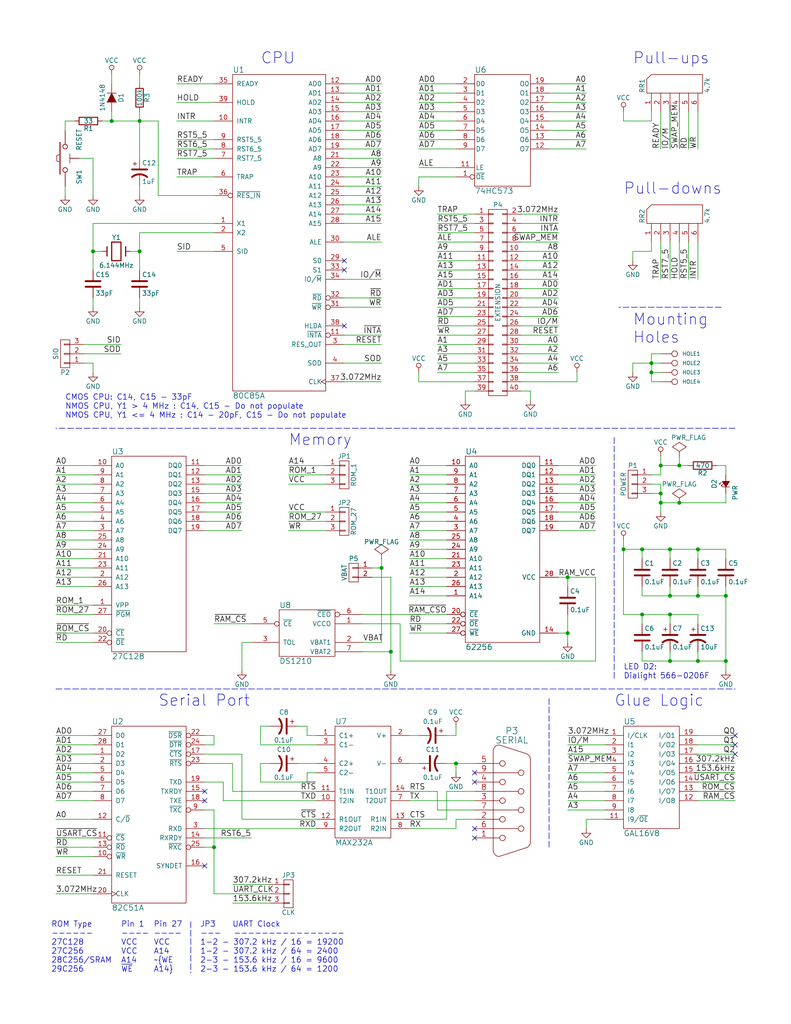
<source format=kicad_sch>
(kicad_sch (version 20211123) (generator eeschema)
  (paper "USLetter" portrait)
  (title_block (title "Minimal 8085A Single Board Computer") (date "21 aug 2015") (rev "1.0") (company "malinov.com"))
  (junction (at 180.34 137.16))
  (junction (at 198.12 180.34))
  (junction (at 25.4 68.58))
  (junction (at 180.34 127))
  (junction (at 38.1 68.58))
  (junction (at 58.42 231.14))
  (junction (at 175.26 149.86))
  (junction (at 185.42 127))
  (junction (at 182.88 180.34))
  (junction (at 182.88 149.86))
  (junction (at 177.8 101.6))
  (junction (at 177.8 99.06))
  (junction (at 182.88 162.56))
  (junction (at 106.68 177.8))
  (junction (at 175.26 167.64))
  (junction (at 170.18 149.86))
  (junction (at 190.5 149.86))
  (junction (at 185.42 137.16))
  (junction (at 154.94 157.48))
  (junction (at 154.94 172.72))
  (junction (at 104.14 154.94))
  (junction (at 190.5 162.56))
  (junction (at 182.88 167.64))
  (junction (at 38.1 33.02))
  (junction (at 124.46 208.28))
  (junction (at 180.34 134.62))
  (junction (at 198.12 162.56))
  (junction (at 30.48 33.02))
  (junction (at 190.5 180.34))
  (no_connect (at 93.98 88.9))
  (no_connect (at 129.54 228.6))
  (no_connect (at 55.88 215.9))
  (no_connect (at 93.98 73.66))
  (no_connect (at 129.54 213.36))
  (no_connect (at 200.66 205.74))
  (no_connect (at 200.66 203.2))
  (no_connect (at 93.98 71.12))
  (no_connect (at 200.66 200.66))
  (no_connect (at 129.54 210.82))
  (no_connect (at 55.88 218.44))
  (no_connect (at 129.54 226.06))
  (no_connect (at 55.88 236.22))
  (wire (pts (xy 190.5 180.34) (xy 190.5 177.8)))
  (wire (pts (xy 114.3 48.26) (xy 124.46 48.26)))
  (wire (pts (xy 25.4 160.02) (xy 15.24 160.02)))
  (wire (pts (xy 27.94 68.58) (xy 25.4 68.58)))
  (wire (pts (xy 121.92 215.9) (xy 129.54 215.9)))
  (wire (pts (xy 93.98 91.44) (xy 104.14 91.44)))
  (wire (pts (xy 185.42 127) (xy 185.42 124.46)))
  (wire (pts (xy 142.24 81.28) (xy 152.4 81.28)))
  (wire (pts (xy 38.1 33.02) (xy 43.18 33.02)))
  (wire (pts (xy 165.1 210.82) (xy 154.94 210.82)))
  (wire (pts (xy 25.4 231.14) (xy 15.24 231.14)))
  (wire (pts (xy 93.98 43.18) (xy 104.14 43.18)))
  (wire (pts (xy 93.98 99.06) (xy 104.14 99.06)))
  (wire (pts (xy 142.24 63.5) (xy 152.4 63.5)))
  (wire (pts (xy 121.92 200.66) (xy 124.46 200.66)))
  (wire (pts (xy 142.24 99.06) (xy 152.4 99.06)))
  (wire (pts (xy 124.46 45.72) (xy 114.3 45.72)))
  (wire (pts (xy 114.3 104.14) (xy 129.54 104.14)))
  (wire (pts (xy 129.54 58.42) (xy 119.38 58.42)))
  (wire (pts (xy 154.94 157.48) (xy 152.4 157.48)))
  (wire (pts (xy 101.6 157.48) (xy 106.68 157.48)))
  (wire (pts (xy 99.06 170.18) (xy 109.22 170.18)))
  (wire (pts (xy 38.1 68.58) (xy 38.1 73.66)))
  (wire (pts (xy 58.42 33.02) (xy 48.26 33.02)))
  (wire (pts (xy 154.94 172.72) (xy 154.94 175.26)))
  (wire (pts (xy 58.42 40.64) (xy 48.26 40.64)))
  (wire (pts (xy 111.76 226.06) (xy 124.46 226.06)))
  (wire (pts (xy 25.4 68.58) (xy 25.4 73.66)))
  (wire (pts (xy 71.12 198.12) (xy 73.66 198.12)))
  (wire (pts (xy 25.4 134.62) (xy 15.24 134.62)))
  (wire (pts (xy 190.5 162.56) (xy 190.5 160.02)))
  (wire (pts (xy 121.92 208.28) (xy 124.46 208.28)))
  (wire (pts (xy 190.5 30.48) (xy 190.5 40.64)))
  (wire (pts (xy 142.24 76.2) (xy 152.4 76.2)))
  (wire (pts (xy 68.58 170.18) (xy 58.42 170.18)))
  (wire (pts (xy 142.24 60.96) (xy 152.4 60.96)))
  (wire (pts (xy 190.5 205.74) (xy 200.66 205.74)))
  (wire (pts (xy 93.98 48.26) (xy 104.14 48.26)))
  (wire (pts (xy 93.98 58.42) (xy 104.14 58.42)))
  (wire (pts (xy 142.24 91.44) (xy 152.4 91.44)))
  (wire (pts (xy 68.58 175.26) (xy 66.04 175.26)))
  (wire (pts (xy 88.9 129.54) (xy 78.74 129.54)))
  (wire (pts (xy 38.1 30.48) (xy 38.1 33.02)))
  (wire (pts (xy 25.4 228.6) (xy 15.24 228.6)))
  (wire (pts (xy 30.48 30.48) (xy 30.48 33.02)))
  (wire (pts (xy 109.22 170.18) (xy 109.22 180.34)))
  (wire (pts (xy 55.88 228.6) (xy 68.58 228.6)))
  (wire (pts (xy 17.78 33.02) (xy 20.32 33.02)))
  (wire (pts (xy 93.98 35.56) (xy 104.14 35.56)))
  (wire (pts (xy 111.76 170.18) (xy 121.92 170.18)))
  (wire (pts (xy 25.4 60.96) (xy 25.4 68.58)))
  (wire (pts (xy 38.1 63.5) (xy 38.1 68.58)))
  (wire (pts (xy 144.78 106.68) (xy 142.24 106.68)))
  (wire (pts (xy 182.88 162.56) (xy 190.5 162.56)))
  (wire (pts (xy 48.26 68.58) (xy 58.42 68.58)))
  (wire (pts (xy 25.4 172.72) (xy 15.24 172.72)))
  (wire (pts (xy 15.24 208.28) (xy 25.4 208.28)))
  (wire (pts (xy 149.86 27.94) (xy 160.02 27.94)))
  (wire (pts (xy 58.42 38.1) (xy 48.26 38.1)))
  (wire (pts (xy 185.42 137.16) (xy 198.12 137.16)))
  (wire (pts (xy 124.46 33.02) (xy 114.3 33.02)))
  (wire (pts (xy 177.8 33.02) (xy 170.18 33.02)))
  (wire (pts (xy 172.72 99.06) (xy 177.8 99.06)))
  (wire (pts (xy 142.24 96.52) (xy 152.4 96.52)))
  (wire (pts (xy 182.88 149.86) (xy 182.88 152.4)))
  (wire (pts (xy 58.42 27.94) (xy 48.26 27.94)))
  (wire (pts (xy 93.98 104.14) (xy 104.14 104.14)))
  (wire (pts (xy 129.54 63.5) (xy 119.38 63.5)))
  (wire (pts (xy 111.76 223.52) (xy 121.92 223.52)))
  (wire (pts (xy 63.5 215.9) (xy 63.5 208.28)))
  (wire (pts (xy 55.88 205.74) (xy 66.04 205.74)))
  (wire (pts (xy 58.42 243.84) (xy 73.66 243.84)))
  (wire (pts (xy 124.46 38.1) (xy 114.3 38.1)))
  (polyline (pts (xy 52.07 251.46) (xy 52.07 265.43)))
  (wire (pts (xy 15.24 210.82) (xy 25.4 210.82)))
  (wire (pts (xy 182.88 30.48) (xy 182.88 40.64)))
  (wire (pts (xy 142.24 73.66) (xy 152.4 73.66)))
  (wire (pts (xy 177.8 134.62) (xy 180.34 134.62)))
  (wire (pts (xy 182.88 180.34) (xy 182.88 177.8)))
  (wire (pts (xy 182.88 167.64) (xy 190.5 167.64)))
  (wire (pts (xy 152.4 142.24) (xy 162.56 142.24)))
  (wire (pts (xy 152.4 127) (xy 162.56 127)))
  (wire (pts (xy 149.86 30.48) (xy 160.02 30.48)))
  (wire (pts (xy 144.78 106.68) (xy 144.78 109.22)))
  (wire (pts (xy 25.4 223.52) (xy 15.24 223.52)))
  (wire (pts (xy 58.42 220.98) (xy 58.42 231.14)))
  (wire (pts (xy 190.5 149.86) (xy 190.5 152.4)))
  (wire (pts (xy 129.54 96.52) (xy 119.38 96.52)))
  (wire (pts (xy 175.26 180.34) (xy 175.26 177.8)))
  (wire (pts (xy 55.88 200.66) (xy 58.42 200.66)))
  (wire (pts (xy 55.88 139.7) (xy 66.04 139.7)))
  (wire (pts (xy 129.54 101.6) (xy 119.38 101.6)))
  (wire (pts (xy 58.42 231.14) (xy 58.42 243.84)))
  (wire (pts (xy 93.98 25.4) (xy 104.14 25.4)))
  (wire (pts (xy 198.12 137.16) (xy 198.12 134.62)))
  (wire (pts (xy 86.36 200.66) (xy 83.82 200.66)))
  (wire (pts (xy 111.76 200.66) (xy 114.3 200.66)))
  (wire (pts (xy 86.36 203.2) (xy 71.12 203.2)))
  (wire (pts (xy 142.24 93.98) (xy 152.4 93.98)))
  (wire (pts (xy 121.92 129.54) (xy 111.76 129.54)))
  (wire (pts (xy 114.3 104.14) (xy 114.3 101.6)))
  (wire (pts (xy 25.4 127) (xy 15.24 127)))
  (wire (pts (xy 152.4 129.54) (xy 162.56 129.54)))
  (polyline (pts (xy 167.64 119.38) (xy 167.64 185.42)))
  (wire (pts (xy 71.12 213.36) (xy 71.12 208.28)))
  (wire (pts (xy 114.3 48.26) (xy 114.3 50.8)))
  (wire (pts (xy 129.54 81.28) (xy 119.38 81.28)))
  (wire (pts (xy 180.34 137.16) (xy 185.42 137.16)))
  (wire (pts (xy 124.46 25.4) (xy 114.3 25.4)))
  (wire (pts (xy 78.74 132.08) (xy 88.9 132.08)))
  (wire (pts (xy 170.18 147.32) (xy 170.18 149.86)))
  (wire (pts (xy 187.96 66.04) (xy 187.96 76.2)))
  (wire (pts (xy 58.42 200.66) (xy 58.42 203.2)))
  (wire (pts (xy 55.88 208.28) (xy 63.5 208.28)))
  (wire (pts (xy 190.5 210.82) (xy 200.66 210.82)))
  (wire (pts (xy 43.18 53.34) (xy 43.18 33.02)))
  (wire (pts (xy 170.18 167.64) (xy 175.26 167.64)))
  (wire (pts (xy 25.4 132.08) (xy 15.24 132.08)))
  (wire (pts (xy 129.54 83.82) (xy 119.38 83.82)))
  (wire (pts (xy 129.54 73.66) (xy 119.38 73.66)))
  (wire (pts (xy 93.98 45.72) (xy 104.14 45.72)))
  (wire (pts (xy 180.34 66.04) (xy 180.34 76.2)))
  (wire (pts (xy 177.8 96.52) (xy 177.8 99.06)))
  (wire (pts (xy 149.86 40.64) (xy 160.02 40.64)))
  (wire (pts (xy 109.22 180.34) (xy 162.56 180.34)))
  (wire (pts (xy 83.82 213.36) (xy 71.12 213.36)))
  (wire (pts (xy 175.26 162.56) (xy 182.88 162.56)))
  (wire (pts (xy 86.36 208.28) (xy 81.28 208.28)))
  (wire (pts (xy 111.76 208.28) (xy 114.3 208.28)))
  (wire (pts (xy 198.12 149.86) (xy 198.12 152.4)))
  (wire (pts (xy 177.8 132.08) (xy 180.34 132.08)))
  (wire (pts (xy 170.18 149.86) (xy 170.18 167.64)))
  (wire (pts (xy 142.24 71.12) (xy 152.4 71.12)))
  (wire (pts (xy 182.88 167.64) (xy 182.88 170.18)))
  (wire (pts (xy 195.58 127) (xy 198.12 127)))
  (wire (pts (xy 185.42 30.48) (xy 185.42 40.64)))
  (wire (pts (xy 180.34 127) (xy 185.42 127)))
  (wire (pts (xy 124.46 208.28) (xy 129.54 208.28)))
  (wire (pts (xy 124.46 27.94) (xy 114.3 27.94)))
  (wire (pts (xy 124.46 30.48) (xy 114.3 30.48)))
  (wire (pts (xy 180.34 134.62) (xy 180.34 137.16)))
  (wire (pts (xy 58.42 48.26) (xy 48.26 48.26)))
  (wire (pts (xy 25.4 81.28) (xy 25.4 83.82)))
  (wire (pts (xy 165.1 203.2) (xy 154.94 203.2)))
  (polyline (pts (xy 196.85 83.82) (xy 168.91 83.82)))
  (wire (pts (xy 142.24 83.82) (xy 152.4 83.82)))
  (wire (pts (xy 121.92 172.72) (xy 111.76 172.72)))
  (wire (pts (xy 198.12 180.34) (xy 198.12 182.88)))
  (wire (pts (xy 182.88 66.04) (xy 182.88 76.2)))
  (wire (pts (xy 58.42 43.18) (xy 48.26 43.18)))
  (wire (pts (xy 124.46 200.66) (xy 124.46 198.12)))
  (wire (pts (xy 15.24 205.74) (xy 25.4 205.74)))
  (wire (pts (xy 15.24 203.2) (xy 25.4 203.2)))
  (wire (pts (xy 25.4 60.96) (xy 58.42 60.96)))
  (wire (pts (xy 124.46 226.06) (xy 124.46 223.52)))
  (wire (pts (xy 71.12 203.2) (xy 71.12 198.12)))
  (wire (pts (xy 86.36 215.9) (xy 63.5 215.9)))
  (wire (pts (xy 127 106.68) (xy 127 109.22)))
  (wire (pts (xy 154.94 167.64) (xy 154.94 172.72)))
  (wire (pts (xy 149.86 35.56) (xy 160.02 35.56)))
  (wire (pts (xy 165.1 223.52) (xy 160.02 223.52)))
  (wire (pts (xy 142.24 66.04) (xy 152.4 66.04)))
  (wire (pts (xy 121.92 154.94) (xy 111.76 154.94)))
  (wire (pts (xy 55.88 231.14) (xy 58.42 231.14)))
  (wire (pts (xy 106.68 177.8) (xy 106.68 182.88)))
  (wire (pts (xy 190.5 180.34) (xy 198.12 180.34)))
  (wire (pts (xy 129.54 86.36) (xy 119.38 86.36)))
  (wire (pts (xy 172.72 99.06) (xy 172.72 101.6)))
  (wire (pts (xy 55.88 129.54) (xy 66.04 129.54)))
  (wire (pts (xy 38.1 50.8) (xy 38.1 53.34)))
  (wire (pts (xy 162.56 157.48) (xy 154.94 157.48)))
  (wire (pts (xy 15.24 218.44) (xy 25.4 218.44)))
  (wire (pts (xy 86.36 210.82) (xy 83.82 210.82)))
  (wire (pts (xy 165.1 208.28) (xy 154.94 208.28)))
  (wire (pts (xy 142.24 104.14) (xy 157.48 104.14)))
  (wire (pts (xy 121.92 127) (xy 111.76 127)))
  (wire (pts (xy 121.92 157.48) (xy 111.76 157.48)))
  (wire (pts (xy 30.48 22.86) (xy 30.48 20.32)))
  (wire (pts (xy 121.92 149.86) (xy 111.76 149.86)))
  (wire (pts (xy 27.94 33.02) (xy 30.48 33.02)))
  (wire (pts (xy 15.24 200.66) (xy 25.4 200.66)))
  (wire (pts (xy 25.4 43.18) (xy 25.4 53.34)))
  (wire (pts (xy 93.98 30.48) (xy 104.14 30.48)))
  (wire (pts (xy 198.12 127) (xy 198.12 129.54)))
  (wire (pts (xy 55.88 142.24) (xy 66.04 142.24)))
  (wire (pts (xy 93.98 93.98) (xy 104.14 93.98)))
  (wire (pts (xy 25.4 152.4) (xy 15.24 152.4)))
  (wire (pts (xy 190.5 167.64) (xy 190.5 170.18)))
  (wire (pts (xy 180.34 132.08) (xy 180.34 134.62)))
  (wire (pts (xy 190.5 215.9) (xy 200.66 215.9)))
  (wire (pts (xy 121.92 223.52) (xy 121.92 215.9)))
  (wire (pts (xy 25.4 99.06) (xy 25.4 101.6)))
  (wire (pts (xy 190.5 200.66) (xy 200.66 200.66)))
  (wire (pts (xy 93.98 66.04) (xy 104.14 66.04)))
  (wire (pts (xy 152.4 134.62) (xy 162.56 134.62)))
  (wire (pts (xy 149.86 22.86) (xy 160.02 22.86)))
  (wire (pts (xy 185.42 127) (xy 187.96 127)))
  (wire (pts (xy 55.88 226.06) (xy 86.36 226.06)))
  (wire (pts (xy 129.54 66.04) (xy 119.38 66.04)))
  (wire (pts (xy 182.88 149.86) (xy 190.5 149.86)))
  (wire (pts (xy 129.54 91.44) (xy 119.38 91.44)))
  (wire (pts (xy 119.38 215.9) (xy 119.38 220.98)))
  (wire (pts (xy 93.98 53.34) (xy 104.14 53.34)))
  (wire (pts (xy 190.5 218.44) (xy 200.66 218.44)))
  (wire (pts (xy 121.92 139.7) (xy 111.76 139.7)))
  (wire (pts (xy 25.4 129.54) (xy 15.24 129.54)))
  (wire (pts (xy 38.1 81.28) (xy 38.1 83.82)))
  (wire (pts (xy 38.1 63.5) (xy 58.42 63.5)))
  (wire (pts (xy 124.46 35.56) (xy 114.3 35.56)))
  (wire (pts (xy 198.12 160.02) (xy 198.12 162.56)))
  (wire (pts (xy 58.42 203.2) (xy 55.88 203.2)))
  (wire (pts (xy 190.5 149.86) (xy 198.12 149.86)))
  (wire (pts (xy 88.9 142.24) (xy 78.74 142.24)))
  (wire (pts (xy 30.48 33.02) (xy 38.1 33.02)))
  (wire (pts (xy 121.92 152.4) (xy 111.76 152.4)))
  (wire (pts (xy 93.98 55.88) (xy 104.14 55.88)))
  (wire (pts (xy 142.24 68.58) (xy 152.4 68.58)))
  (wire (pts (xy 25.4 149.86) (xy 15.24 149.86)))
  (wire (pts (xy 142.24 58.42) (xy 152.4 58.42)))
  (wire (pts (xy 142.24 101.6) (xy 152.4 101.6)))
  (wire (pts (xy 55.88 220.98) (xy 58.42 220.98)))
  (wire (pts (xy 86.36 223.52) (xy 66.04 223.52)))
  (wire (pts (xy 86.36 218.44) (xy 60.96 218.44)))
  (wire (pts (xy 129.54 88.9) (xy 119.38 88.9)))
  (wire (pts (xy 177.8 99.06) (xy 180.34 99.06)))
  (wire (pts (xy 177.8 99.06) (xy 177.8 101.6)))
  (wire (pts (xy 172.72 68.58) (xy 172.72 71.12)))
  (wire (pts (xy 88.9 144.78) (xy 78.74 144.78)))
  (polyline (pts (xy 200.66 116.84) (xy 15.24 116.84)))
  (wire (pts (xy 124.46 210.82) (xy 124.46 208.28)))
  (wire (pts (xy 190.5 162.56) (xy 198.12 162.56)))
  (wire (pts (xy 83.82 198.12) (xy 81.28 198.12)))
  (wire (pts (xy 129.54 76.2) (xy 119.38 76.2)))
  (wire (pts (xy 22.86 96.52) (xy 33.02 96.52)))
  (wire (pts (xy 170.18 149.86) (xy 175.26 149.86)))
  (wire (pts (xy 129.54 93.98) (xy 119.38 93.98)))
  (wire (pts (xy 25.4 139.7) (xy 15.24 139.7)))
  (wire (pts (xy 101.6 154.94) (xy 104.14 154.94)))
  (wire (pts (xy 25.4 167.64) (xy 15.24 167.64)))
  (wire (pts (xy 129.54 68.58) (xy 119.38 68.58)))
  (wire (pts (xy 22.86 99.06) (xy 25.4 99.06)))
  (wire (pts (xy 25.4 154.94) (xy 15.24 154.94)))
  (wire (pts (xy 165.1 215.9) (xy 154.94 215.9)))
  (wire (pts (xy 180.34 127) (xy 180.34 129.54)))
  (wire (pts (xy 33.02 93.98) (xy 22.86 93.98)))
  (wire (pts (xy 152.4 137.16) (xy 162.56 137.16)))
  (wire (pts (xy 175.26 180.34) (xy 182.88 180.34)))
  (wire (pts (xy 177.8 101.6) (xy 177.8 104.14)))
  (wire (pts (xy 121.92 142.24) (xy 111.76 142.24)))
  (wire (pts (xy 180.34 129.54) (xy 177.8 129.54)))
  (wire (pts (xy 38.1 68.58) (xy 35.56 68.58)))
  (wire (pts (xy 111.76 218.44) (xy 129.54 218.44)))
  (wire (pts (xy 93.98 27.94) (xy 104.14 27.94)))
  (wire (pts (xy 165.1 218.44) (xy 154.94 218.44)))
  (wire (pts (xy 152.4 172.72) (xy 154.94 172.72)))
  (wire (pts (xy 73.66 241.3) (xy 63.5 241.3)))
  (wire (pts (xy 93.98 50.8) (xy 104.14 50.8)))
  (wire (pts (xy 129.54 71.12) (xy 119.38 71.12)))
  (wire (pts (xy 182.88 162.56) (xy 182.88 160.02)))
  (wire (pts (xy 149.86 33.02) (xy 160.02 33.02)))
  (wire (pts (xy 154.94 157.48) (xy 154.94 160.02)))
  (wire (pts (xy 165.1 200.66) (xy 154.94 200.66)))
  (wire (pts (xy 83.82 200.66) (xy 83.82 198.12)))
  (wire (pts (xy 121.92 162.56) (xy 111.76 162.56)))
  (wire (pts (xy 129.54 99.06) (xy 119.38 99.06)))
  (wire (pts (xy 185.42 66.04) (xy 185.42 76.2)))
  (wire (pts (xy 121.92 134.62) (xy 111.76 134.62)))
  (wire (pts (xy 104.14 175.26) (xy 99.06 175.26)))
  (wire (pts (xy 99.06 167.64) (xy 121.92 167.64)))
  (wire (pts (xy 66.04 223.52) (xy 66.04 205.74)))
  (wire (pts (xy 142.24 88.9) (xy 152.4 88.9)))
  (wire (pts (xy 93.98 76.2) (xy 104.14 76.2)))
  (wire (pts (xy 165.1 220.98) (xy 154.94 220.98)))
  (wire (pts (xy 58.42 53.34) (xy 43.18 53.34)))
  (wire (pts (xy 152.4 144.78) (xy 162.56 144.78)))
  (wire (pts (xy 93.98 38.1) (xy 104.14 38.1)))
  (wire (pts (xy 93.98 83.82) (xy 104.14 83.82)))
  (wire (pts (xy 25.4 233.68) (xy 15.24 233.68)))
  (wire (pts (xy 121.92 144.78) (xy 111.76 144.78)))
  (wire (pts (xy 38.1 33.02) (xy 38.1 43.18)))
  (wire (pts (xy 88.9 139.7) (xy 78.74 139.7)))
  (wire (pts (xy 165.1 205.74) (xy 154.94 205.74)))
  (wire (pts (xy 55.88 132.08) (xy 66.04 132.08)))
  (wire (pts (xy 170.18 33.02) (xy 170.18 30.48)))
  (wire (pts (xy 38.1 22.86) (xy 38.1 20.32)))
  (wire (pts (xy 25.4 147.32) (xy 15.24 147.32)))
  (wire (pts (xy 106.68 157.48) (xy 106.68 177.8)))
  (wire (pts (xy 21.59 43.18) (xy 25.4 43.18)))
  (wire (pts (xy 104.14 152.4) (xy 104.14 154.94)))
  (wire (pts (xy 25.4 144.78) (xy 15.24 144.78)))
  (wire (pts (xy 129.54 60.96) (xy 119.38 60.96)))
  (wire (pts (xy 124.46 22.86) (xy 114.3 22.86)))
  (wire (pts (xy 121.92 160.02) (xy 111.76 160.02)))
  (wire (pts (xy 93.98 60.96) (xy 104.14 60.96)))
  (wire (pts (xy 55.88 144.78) (xy 66.04 144.78)))
  (wire (pts (xy 129.54 106.68) (xy 127 106.68)))
  (wire (pts (xy 129.54 78.74) (xy 119.38 78.74)))
  (wire (pts (xy 25.4 238.76) (xy 15.24 238.76)))
  (wire (pts (xy 198.12 162.56) (xy 198.12 180.34)))
  (polyline (pts (xy 149.86 231.14) (xy 149.86 190.5)))
  (wire (pts (xy 25.4 243.84) (xy 15.24 243.84)))
  (wire (pts (xy 25.4 175.26) (xy 15.24 175.26)))
  (wire (pts (xy 121.92 147.32) (xy 111.76 147.32)))
  (wire (pts (xy 73.66 246.38) (xy 63.5 246.38)))
  (wire (pts (xy 165.1 213.36) (xy 154.94 213.36)))
  (wire (pts (xy 111.76 215.9) (xy 119.38 215.9)))
  (wire (pts (xy 55.88 134.62) (xy 66.04 134.62)))
  (wire (pts (xy 142.24 86.36) (xy 152.4 86.36)))
  (wire (pts (xy 25.4 157.48) (xy 15.24 157.48)))
  (wire (pts (xy 25.4 142.24) (xy 15.24 142.24)))
  (wire (pts (xy 25.4 137.16) (xy 15.24 137.16)))
  (wire (pts (xy 175.26 167.64) (xy 175.26 170.18)))
  (wire (pts (xy 190.5 208.28) (xy 200.66 208.28)))
  (wire (pts (xy 190.5 203.2) (xy 200.66 203.2)))
  (wire (pts (xy 58.42 22.86) (xy 48.26 22.86)))
  (wire (pts (xy 93.98 81.28) (xy 104.14 81.28)))
  (wire (pts (xy 142.24 78.74) (xy 152.4 78.74)))
  (wire (pts (xy 15.24 215.9) (xy 25.4 215.9)))
  (wire (pts (xy 177.8 68.58) (xy 172.72 68.58)))
  (wire (pts (xy 119.38 220.98) (xy 129.54 220.98)))
  (wire (pts (xy 71.12 208.28) (xy 73.66 208.28)))
  (wire (pts (xy 177.8 66.04) (xy 177.8 68.58)))
  (wire (pts (xy 175.26 162.56) (xy 175.26 160.02)))
  (wire (pts (xy 177.8 96.52) (xy 180.34 96.52)))
  (wire (pts (xy 55.88 137.16) (xy 66.04 137.16)))
  (wire (pts (xy 93.98 40.64) (xy 104.14 40.64)))
  (wire (pts (xy 175.26 167.64) (xy 182.88 167.64)))
  (wire (pts (xy 99.06 177.8) (xy 106.68 177.8)))
  (wire (pts (xy 78.74 127) (xy 88.9 127)))
  (wire (pts (xy 152.4 139.7) (xy 162.56 139.7)))
  (wire (pts (xy 182.88 180.34) (xy 190.5 180.34)))
  (wire (pts (xy 177.8 30.48) (xy 177.8 33.02)))
  (wire (pts (xy 175.26 149.86) (xy 175.26 152.4)))
  (wire (pts (xy 93.98 33.02) (xy 104.14 33.02)))
  (wire (pts (xy 17.78 33.02) (xy 17.78 35.56)))
  (wire (pts (xy 121.92 137.16) (xy 111.76 137.16)))
  (wire (pts (xy 190.5 213.36) (xy 200.66 213.36)))
  (wire (pts (xy 55.88 213.36) (xy 60.96 213.36)))
  (wire (pts (xy 157.48 104.14) (xy 157.48 101.6)))
  (wire (pts (xy 66.04 175.26) (xy 66.04 182.88)))
  (wire (pts (xy 180.34 30.48) (xy 180.34 40.64)))
  (wire (pts (xy 121.92 132.08) (xy 111.76 132.08)))
  (wire (pts (xy 17.78 50.8) (xy 17.78 53.34)))
  (polyline (pts (xy 15.24 187.96) (xy 200.66 187.96)))
  (wire (pts (xy 149.86 38.1) (xy 160.02 38.1)))
  (wire (pts (xy 25.4 165.1) (xy 15.24 165.1)))
  (wire (pts (xy 180.34 137.16) (xy 180.34 139.7)))
  (wire (pts (xy 180.34 124.46) (xy 180.34 127)))
  (wire (pts (xy 55.88 127) (xy 66.04 127)))
  (wire (pts (xy 149.86 25.4) (xy 160.02 25.4)))
  (wire (pts (xy 190.5 66.04) (xy 190.5 76.2)))
  (wire (pts (xy 104.14 154.94) (xy 104.14 175.26)))
  (wire (pts (xy 124.46 40.64) (xy 114.3 40.64)))
  (wire (pts (xy 93.98 22.86) (xy 104.14 22.86)))
  (wire (pts (xy 187.96 30.48) (xy 187.96 40.64)))
  (wire (pts (xy 177.8 104.14) (xy 180.34 104.14)))
  (wire (pts (xy 152.4 132.08) (xy 162.56 132.08)))
  (wire (pts (xy 160.02 223.52) (xy 160.02 226.06)))
  (wire (pts (xy 60.96 218.44) (xy 60.96 213.36)))
  (wire (pts (xy 180.34 101.6) (xy 177.8 101.6)))
  (wire (pts (xy 15.24 213.36) (xy 25.4 213.36)))
  (wire (pts (xy 124.46 223.52) (xy 129.54 223.52)))
  (wire (pts (xy 83.82 210.82) (xy 83.82 213.36)))
  (wire (pts (xy 175.26 149.86) (xy 182.88 149.86)))
  (wire (pts (xy 162.56 180.34) (xy 162.56 157.48)))
  (text "JP3    UART Clock\n---   ----------------\n1-2 - 307.2 kHz / 16 = 19200\n1-2 - 307.2 kHz / 64 = 2400\n2-3 - 153.6 kHz / 16 = 9600\n2-3 - 153.6 kHz / 64 = 1200" (at 54.61 265.43 0) (effects (font (size 1.524 1.524)) (justify left bottom)))
  (text "Pull-downs" (at 170.18 53.34 0) (effects (font (size 3.048 3.048)) (justify left bottom)))
  (text "Pin 1\n----\nVCC\nVCC\nA14\n~{WE}" (at 33.02 265.43 0) (effects (font (size 1.524 1.524)) (justify left bottom)))
  (text "CPU" (at 71.12 17.78 0) (effects (font (size 3.048 3.048)) (justify left bottom)))
  (text "Glue Logic" (at 167.64 193.04 0) (effects (font (size 3.048 3.048)) (justify left bottom)))
  (text "LED D2:\nDialight 566-0206F" (at 170.18 185.42 0) (effects (font (size 1.524 1.524)) (justify left bottom)))
  (text "Pull-ups" (at 172.72 17.78 0) (effects (font (size 3.048 3.048)) (justify left bottom)))
  (text "Memory" (at 78.74 121.92 0) (effects (font (size 3.048 3.048)) (justify left bottom)))
  (text "Mounting\nHoles" (at 172.72 93.98 0) (effects (font (size 3.048 3.048)) (justify left bottom)))
  (text "ROM Type\n------\n27C128\n27C256\n28C256/SRAM\n29C256" (at 13.97 265.43 0) (effects (font (size 1.524 1.524)) (justify left bottom)))
  (text "CMOS CPU: C14, C15 - 33pF\nNMOS CPU, Y1 > 4 MHz : C14, C15 - Do not populate\nNMOS CPU, Y1 <= 4 MHz : C14 - 20pF, C15 - Do not populate" (at 17.78 114.3 0) (effects (font (size 1.524 1.524)) (justify left bottom)))
  (text "Serial Port" (at 43.18 193.04 0) (effects (font (size 3.048 3.048)) (justify left bottom)))
  (text "Pin 27\n----\nVCC\nA14\n~{WE\nA14}" (at 41.91 265.43 0) (effects (font (size 1.524 1.524)) (justify left bottom)))
  (label "ROM_1" (at 78.74 129.54 0) (effects (font (size 1.524 1.524))))
  (label "READY" (at 180.34 40.64 90) (effects (font (size 1.524 1.524))))
  (label "A10" (at 111.76 152.4 0) (effects (font (size 1.524 1.524))))
  (label "AD2" (at 15.24 205.74 0) (effects (font (size 1.524 1.524))))
  (label "RST5_5" (at 119.38 60.96 0) (effects (font (size 1.524 1.524))))
  (label "RST7_5" (at 48.26 43.18 0) (effects (font (size 1.524 1.524))))
  (label "AD3" (at 104.14 30.48 180) (effects (font (size 1.524 1.524))))
  (label "ALE" (at 119.38 66.04 0) (effects (font (size 1.524 1.524))))
  (label "AD6" (at 66.04 142.24 180) (effects (font (size 1.524 1.524))))
  (label "IO/~{M}" (at 154.94 203.2 0) (effects (font (size 1.524 1.524))))
  (label "~{ROM_CS}" (at 15.24 172.72 0) (effects (font (size 1.524 1.524))))
  (label "AD5" (at 66.04 139.7 180) (effects (font (size 1.524 1.524))))
  (label "A5" (at 160.02 35.56 180) (effects (font (size 1.524 1.524))))
  (label "AD4" (at 114.3 33.02 0) (effects (font (size 1.524 1.524))))
  (label "~{RAM_CS}" (at 58.42 170.18 0) (effects (font (size 1.524 1.524))))
  (label "AD7" (at 104.14 40.64 180) (effects (font (size 1.524 1.524))))
  (label "A8" (at 111.76 147.32 0) (effects (font (size 1.524 1.524))))
  (label "AD3" (at 162.56 134.62 180) (effects (font (size 1.524 1.524))))
  (label "AD1" (at 66.04 129.54 180) (effects (font (size 1.524 1.524))))
  (label "A15" (at 119.38 76.2 0) (effects (font (size 1.524 1.524))))
  (label "RAM_VCC" (at 152.4 157.48 0) (effects (font (size 1.524 1.524))))
  (label "~{RD}" (at 119.38 88.9 0) (effects (font (size 1.524 1.524))))
  (label "A5" (at 119.38 99.06 0) (effects (font (size 1.524 1.524))))
  (label "AD4" (at 152.4 83.82 180) (effects (font (size 1.524 1.524))))
  (label "3.072MHz" (at 15.24 243.84 0) (effects (font (size 1.524 1.524))))
  (label "153.6kHz" (at 200.66 210.82 180) (effects (font (size 1.524 1.524))))
  (label "AD2" (at 104.14 27.94 180) (effects (font (size 1.524 1.524))))
  (label "~{SWAP_MEM}" (at 185.42 40.64 90) (effects (font (size 1.524 1.524))))
  (label "A9" (at 104.14 45.72 180) (effects (font (size 1.524 1.524))))
  (label "AD5" (at 162.56 139.7 180) (effects (font (size 1.524 1.524))))
  (label "A11" (at 119.38 71.12 0) (effects (font (size 1.524 1.524))))
  (label "AD4" (at 162.56 137.16 180) (effects (font (size 1.524 1.524))))
  (label "AD4" (at 15.24 210.82 0) (effects (font (size 1.524 1.524))))
  (label "Q0" (at 200.66 200.66 180) (effects (font (size 1.524 1.524))))
  (label "A11" (at 15.24 154.94 0) (effects (font (size 1.524 1.524))))
  (label "3.072MHz" (at 104.14 104.14 180) (effects (font (size 1.524 1.524))))
  (label "A9" (at 111.76 149.86 0) (effects (font (size 1.524 1.524))))
  (label "AD1" (at 162.56 129.54 180) (effects (font (size 1.524 1.524))))
  (label "AD7" (at 15.24 218.44 0) (effects (font (size 1.524 1.524))))
  (label "A1" (at 111.76 129.54 0) (effects (font (size 1.524 1.524))))
  (label "SID" (at 33.02 93.98 180) (effects (font (size 1.524 1.524))))
  (label "RST6_5" (at 68.58 228.6 180) (effects (font (size 1.524 1.524))))
  (label "A8" (at 15.24 147.32 0) (effects (font (size 1.524 1.524))))
  (label "A7" (at 111.76 144.78 0) (effects (font (size 1.524 1.524))))
  (label "AD5" (at 114.3 35.56 0) (effects (font (size 1.524 1.524))))
  (label "ALE" (at 114.3 45.72 0) (effects (font (size 1.524 1.524))))
  (label "SOD" (at 33.02 96.52 180) (effects (font (size 1.524 1.524))))
  (label "A2" (at 160.02 27.94 180) (effects (font (size 1.524 1.524))))
  (label "A4" (at 152.4 99.06 180) (effects (font (size 1.524 1.524))))
  (label "Q2" (at 200.66 205.74 180) (effects (font (size 1.524 1.524))))
  (label "A5" (at 15.24 139.7 0) (effects (font (size 1.524 1.524))))
  (label "A15" (at 104.14 60.96 180) (effects (font (size 1.524 1.524))))
  (label "AD3" (at 66.04 134.62 180) (effects (font (size 1.524 1.524))))
  (label "A3" (at 154.94 220.98 0) (effects (font (size 1.524 1.524))))
  (label "AD3" (at 15.24 208.28 0) (effects (font (size 1.524 1.524))))
  (label "A1" (at 160.02 25.4 180) (effects (font (size 1.524 1.524))))
  (label "A14" (at 104.14 58.42 180) (effects (font (size 1.524 1.524))))
  (label "A7" (at 119.38 101.6 0) (effects (font (size 1.524 1.524))))
  (label "A8" (at 104.14 43.18 180) (effects (font (size 1.524 1.524))))
  (label "RESET" (at 15.24 238.76 0) (effects (font (size 1.524 1.524))))
  (label "UART_CLK" (at 63.5 243.84 0) (effects (font (size 1.524 1.524))))
  (label "INTR" (at 48.26 33.02 0) (effects (font (size 1.524 1.524))))
  (label "A6" (at 160.02 38.1 180) (effects (font (size 1.524 1.524))))
  (label "SID" (at 48.26 68.58 0) (effects (font (size 1.524 1.524))))
  (label "~{RTS}" (at 86.36 215.9 180) (effects (font (size 1.524 1.524))))
  (label "A10" (at 15.24 152.4 0) (effects (font (size 1.524 1.524))))
  (label "HOLD" (at 185.42 76.2 90) (effects (font (size 1.524 1.524))))
  (label "AD0" (at 66.04 127 180) (effects (font (size 1.524 1.524))))
  (label "AD2" (at 114.3 27.94 0) (effects (font (size 1.524 1.524))))
  (label "A3" (at 15.24 134.62 0) (effects (font (size 1.524 1.524))))
  (label "A6" (at 152.4 101.6 180) (effects (font (size 1.524 1.524))))
  (label "HOLD" (at 48.26 27.94 0) (effects (font (size 1.524 1.524))))
  (label "~{RAM_CSO}" (at 121.92 167.64 180) (effects (font (size 1.524 1.524))))
  (label "ROM_1" (at 15.24 165.1 0) (effects (font (size 1.524 1.524))))
  (label "RST7_5" (at 182.88 76.2 90) (effects (font (size 1.524 1.524))))
  (label "AD3" (at 119.38 81.28 0) (effects (font (size 1.524 1.524))))
  (label "~{WR}" (at 104.14 83.82 180) (effects (font (size 1.524 1.524))))
  (label "AD1" (at 104.14 25.4 180) (effects (font (size 1.524 1.524))))
  (label "A13" (at 15.24 160.02 0) (effects (font (size 1.524 1.524))))
  (label "A0" (at 15.24 223.52 0) (effects (font (size 1.524 1.524))))
  (label "A13" (at 119.38 73.66 0) (effects (font (size 1.524 1.524))))
  (label "A4" (at 111.76 137.16 0) (effects (font (size 1.524 1.524))))
  (label "A8" (at 152.4 68.58 180) (effects (font (size 1.524 1.524))))
  (label "TRAP" (at 180.34 76.2 90) (effects (font (size 1.524 1.524))))
  (label "TRAP" (at 119.38 58.42 0) (effects (font (size 1.524 1.524))))
  (label "TXD" (at 86.36 218.44 180) (effects (font (size 1.524 1.524))))
  (label "AD2" (at 162.56 132.08 180) (effects (font (size 1.524 1.524))))
  (label "A11" (at 104.14 50.8 180) (effects (font (size 1.524 1.524))))
  (label "A9" (at 119.38 68.58 0) (effects (font (size 1.524 1.524))))
  (label "A3" (at 160.02 30.48 180) (effects (font (size 1.524 1.524))))
  (label "A4" (at 15.24 137.16 0) (effects (font (size 1.524 1.524))))
  (label "~{WR}" (at 119.38 91.44 0) (effects (font (size 1.524 1.524))))
  (label "~{CTS}" (at 86.36 223.52 180) (effects (font (size 1.524 1.524))))
  (label "AD7" (at 162.56 144.78 180) (effects (font (size 1.524 1.524))))
  (label "A2" (at 111.76 132.08 0) (effects (font (size 1.524 1.524))))
  (label "VCC" (at 78.74 139.7 0) (effects (font (size 1.524 1.524))))
  (label "~{INTA}" (at 152.4 63.5 180) (effects (font (size 1.524 1.524))))
  (label "Q1" (at 200.66 203.2 180) (effects (font (size 1.524 1.524))))
  (label "AD7" (at 119.38 86.36 0) (effects (font (size 1.524 1.524))))
  (label "RTS" (at 111.76 215.9 0) (effects (font (size 1.524 1.524))))
  (label "A10" (at 152.4 71.12 180) (effects (font (size 1.524 1.524))))
  (label "AD7" (at 114.3 40.64 0) (effects (font (size 1.524 1.524))))
  (label "A6" (at 154.94 213.36 0) (effects (font (size 1.524 1.524))))
  (label "AD6" (at 104.14 38.1 180) (effects (font (size 1.524 1.524))))
  (label "A2" (at 152.4 96.52 180) (effects (font (size 1.524 1.524))))
  (label "RST5_5" (at 187.96 76.2 90) (effects (font (size 1.524 1.524))))
  (label "RESET" (at 104.14 93.98 180) (effects (font (size 1.524 1.524))))
  (label "3.072MHz" (at 154.94 200.66 0) (effects (font (size 1.524 1.524))))
  (label "A4" (at 160.02 33.02 180) (effects (font (size 1.524 1.524))))
  (label "RX" (at 111.76 226.06 0) (effects (font (size 1.524 1.524))))
  (label "ROM_27" (at 78.74 142.24 0) (effects (font (size 1.524 1.524))))
  (label "A2" (at 15.24 132.08 0) (effects (font (size 1.524 1.524))))
  (label "A0" (at 160.02 22.86 180) (effects (font (size 1.524 1.524))))
  (label "A12" (at 152.4 73.66 180) (effects (font (size 1.524 1.524))))
  (label "ALE" (at 104.14 66.04 180) (effects (font (size 1.524 1.524))))
  (label "A0" (at 111.76 127 0) (effects (font (size 1.524 1.524))))
  (label "A12" (at 111.76 157.48 0) (effects (font (size 1.524 1.524))))
  (label "AD6" (at 15.24 215.9 0) (effects (font (size 1.524 1.524))))
  (label "A7" (at 154.94 210.82 0) (effects (font (size 1.524 1.524))))
  (label "AD1" (at 114.3 25.4 0) (effects (font (size 1.524 1.524))))
  (label "A4" (at 154.94 218.44 0) (effects (font (size 1.524 1.524))))
  (label "CTS" (at 111.76 223.52 0) (effects (font (size 1.524 1.524))))
  (label "A5" (at 111.76 139.7 0) (effects (font (size 1.524 1.524))))
  (label "~{USART_CS}" (at 200.66 213.36 180) (effects (font (size 1.524 1.524))))
  (label "RST7_5" (at 119.38 63.5 0) (effects (font (size 1.524 1.524))))
  (label "~{RD}" (at 104.14 81.28 180) (effects (font (size 1.524 1.524))))
  (label "~{ROM_CS}" (at 200.66 215.9 180) (effects (font (size 1.524 1.524))))
  (label "AD0" (at 114.3 22.86 0) (effects (font (size 1.524 1.524))))
  (label "A13" (at 111.76 160.02 0) (effects (font (size 1.524 1.524))))
  (label "AD7" (at 66.04 144.78 180) (effects (font (size 1.524 1.524))))
  (label "~{WR}" (at 111.76 172.72 0) (effects (font (size 1.524 1.524))))
  (label "AD4" (at 104.14 33.02 180) (effects (font (size 1.524 1.524))))
  (label "A6" (at 111.76 142.24 0) (effects (font (size 1.524 1.524))))
  (label "AD5" (at 15.24 213.36 0) (effects (font (size 1.524 1.524))))
  (label "~{RAM_CS}" (at 200.66 218.44 180) (effects (font (size 1.524 1.524))))
  (label "A3" (at 111.76 134.62 0) (effects (font (size 1.524 1.524))))
  (label "A1" (at 119.38 93.98 0) (effects (font (size 1.524 1.524))))
  (label "VBAT" (at 99.06 175.26 0) (effects (font (size 1.524 1.524))))
  (label "RXD" (at 86.36 226.06 180) (effects (font (size 1.524 1.524))))
  (label "VCC" (at 78.74 132.08 0) (effects (font (size 1.524 1.524))))
  (label "A7" (at 15.24 144.78 0) (effects (font (size 1.524 1.524))))
  (label "AD6" (at 114.3 38.1 0) (effects (font (size 1.524 1.524))))
  (label "A15" (at 154.94 205.74 0) (effects (font (size 1.524 1.524))))
  (label "A5" (at 154.94 215.9 0) (effects (font (size 1.524 1.524))))
  (label "IO/~{M}" (at 182.88 40.64 90) (effects (font (size 1.524 1.524))))
  (label "~{SWAP_MEM}" (at 152.4 66.04 180) (effects (font (size 1.524 1.524))))
  (label "A6" (at 15.24 142.24 0) (effects (font (size 1.524 1.524))))
  (label "A13" (at 104.14 55.88 180) (effects (font (size 1.524 1.524))))
  (label "AD1" (at 15.24 203.2 0) (effects (font (size 1.524 1.524))))
  (label "AD6" (at 152.4 86.36 180) (effects (font (size 1.524 1.524))))
  (label "AD4" (at 66.04 137.16 180) (effects (font (size 1.524 1.524))))
  (label "AD0" (at 15.24 200.66 0) (effects (font (size 1.524 1.524))))
  (label "AD5" (at 119.38 83.82 0) (effects (font (size 1.524 1.524))))
  (label "AD6" (at 162.56 142.24 180) (effects (font (size 1.524 1.524))))
  (label "A9" (at 15.24 149.86 0) (effects (font (size 1.524 1.524))))
  (label "~{RD}" (at 187.96 40.64 90) (effects (font (size 1.524 1.524))))
  (label "A11" (at 111.76 154.94 0) (effects (font (size 1.524 1.524))))
  (label "153.6kHz" (at 63.5 246.38 0) (effects (font (size 1.524 1.524))))
  (label "A3" (at 119.38 96.52 0) (effects (font (size 1.524 1.524))))
  (label "A1" (at 15.24 129.54 0) (effects (font (size 1.524 1.524))))
  (label "AD0" (at 104.14 22.86 180) (effects (font (size 1.524 1.524))))
  (label "RST5_5" (at 48.26 38.1 0) (effects (font (size 1.524 1.524))))
  (label "~{SWAP_MEM}" (at 154.94 208.28 0) (effects (font (size 1.524 1.524))))
  (label "~{WR}" (at 190.5 40.64 90) (effects (font (size 1.524 1.524))))
  (label "307.2kHz" (at 63.5 241.3 0) (effects (font (size 1.524 1.524))))
  (label "AD5" (at 104.14 35.56 180) (effects (font (size 1.524 1.524))))
  (label "~{RD}" (at 15.24 231.14 0) (effects (font (size 1.524 1.524))))
  (label "AD1" (at 119.38 78.74 0) (effects (font (size 1.524 1.524))))
  (label "AD0" (at 162.56 127 180) (effects (font (size 1.524 1.524))))
  (label "~{USART_CS}" (at 15.24 228.6 0) (effects (font (size 1.524 1.524))))
  (label "AD2" (at 152.4 81.28 180) (effects (font (size 1.524 1.524))))
  (label "RESET" (at 152.4 91.44 180) (effects (font (size 1.524 1.524))))
  (label "READY" (at 48.26 22.86 0) (effects (font (size 1.524 1.524))))
  (label "A7" (at 160.02 40.64 180) (effects (font (size 1.524 1.524))))
  (label "SOD" (at 104.14 99.06 180) (effects (font (size 1.524 1.524))))
  (label "A12" (at 15.24 157.48 0) (effects (font (size 1.524 1.524))))
  (label "~{WR}" (at 78.74 144.78 0) (effects (font (size 1.524 1.524))))
  (label "A0" (at 152.4 93.98 180) (effects (font (size 1.524 1.524))))
  (label "IO/~{M}" (at 152.4 88.9 180) (effects (font (size 1.524 1.524))))
  (label "A12" (at 104.14 53.34 180) (effects (font (size 1.524 1.524))))
  (label "AD0" (at 152.4 78.74 180) (effects (font (size 1.524 1.524))))
  (label "INTR" (at 152.4 60.96 180) (effects (font (size 1.524 1.524))))
  (label "3.072MHz" (at 152.4 58.42 180) (effects (font (size 1.524 1.524))))
  (label "INTR" (at 190.5 76.2 90) (effects (font (size 1.524 1.524))))
  (label "TRAP" (at 48.26 48.26 0) (effects (font (size 1.524 1.524))))
  (label "ROM_27" (at 15.24 167.64 0) (effects (font (size 1.524 1.524))))
  (label "A10" (at 104.14 48.26 180) (effects (font (size 1.524 1.524))))
  (label "~{RD}" (at 111.76 170.18 0) (effects (font (size 1.524 1.524))))
  (label "TX" (at 111.76 218.44 0) (effects (font (size 1.524 1.524))))
  (label "AD2" (at 66.04 132.08 180) (effects (font (size 1.524 1.524))))
  (label "~{WR}" (at 15.24 233.68 0) (effects (font (size 1.524 1.524))))
  (label "A14" (at 78.74 127 0) (effects (font (size 1.524 1.524))))
  (label "A0" (at 15.24 127 0) (effects (font (size 1.524 1.524))))
  (label "A14" (at 152.4 76.2 180) (effects (font (size 1.524 1.524))))
  (label "A14" (at 111.76 162.56 0) (effects (font (size 1.524 1.524))))
  (label "IO/~{M}" (at 104.14 76.2 180) (effects (font (size 1.524 1.524))))
  (label "307.2kHz" (at 200.66 208.28 180) (effects (font (size 1.524 1.524))))
  (label "RST6_5" (at 48.26 40.64 0) (effects (font (size 1.524 1.524))))
  (label "AD3" (at 114.3 30.48 0) (effects (font (size 1.524 1.524))))
  (label "~{INTA}" (at 104.14 91.44 180) (effects (font (size 1.524 1.524))))
  (label "~{RD}" (at 15.24 175.26 0) (effects (font (size 1.524 1.524))))
  (symbol (lib_id "Mini8085-rescue:CONN_1") (at 184.15 96.52 0) (unit 1)
    (property "Reference" "HOLE1" (at 186.182 96.52 0) (effects (font (size 1.016 1.016)) (justify left)))
    (property "Value" "CONN_1" (effects hide))
    (property "Footprint" "my_components:Hole_3mm" (effects hide))
  )
  (symbol (lib_id "Mini8085-rescue:CONN_1") (at 184.15 99.06 0) (unit 1)
    (property "Reference" "HOLE2" (at 186.182 99.06 0) (effects (font (size 1.016 1.016)) (justify left)))
    (property "Value" "CONN_1" (effects hide))
    (property "Footprint" "my_components:Hole_3mm" (effects hide))
  )
  (symbol (lib_id "Mini8085-rescue:CONN_1") (at 184.15 101.6 0) (unit 1)
    (property "Reference" "HOLE3" (at 186.182 101.6 0) (effects (font (size 1.016 1.016)) (justify left)))
    (property "Value" "CONN_1" (effects hide))
    (property "Footprint" "my_components:Hole_3mm" (effects hide))
  )
  (symbol (lib_id "Mini8085-rescue:CONN_1") (at 184.15 104.14 0) (unit 1)
    (property "Reference" "HOLE4" (at 186.182 104.14 0) (effects (font (size 1.016 1.016)) (justify left)))
    (property "Value" "CONN_1" (effects hide))
    (property "Footprint" "my_components:Hole_3mm" (effects hide))
  )
  (symbol (lib_id "Mini8085-rescue:74LS573") (at 137.16 35.56 0) (unit 1)
    (property "Reference" "U6" (at 129.54 19.05 0) (effects (font (size 1.524 1.524)) (justify left)))
    (property "Value" "74HC573" (at 129.54 52.07 0) (effects (font (size 1.524 1.524)) (justify left)))
    (property "Footprint" "my_components:IC_DIP20_300" (effects hide))
  )
  (symbol (lib_id "Mini8085-rescue:ATF16V8B") (at 177.8 212.09 0) (unit 1)
    (property "Reference" "U5" (at 170.18 196.85 0) (effects (font (size 1.524 1.524)) (justify left)))
    (property "Value" "GAL16V8" (at 170.18 227.33 0) (effects (font (size 1.524 1.524)) (justify left)))
    (property "Footprint" "my_components:IC_DIP20_300" (effects hide))
  )
  (symbol (lib_id "Mini8085-rescue:GND") (at 114.3 50.8 0) (unit 1)
    (property "Reference" "#PWR01" (effects hide))
    (property "Value" "GND" (at 114.3 54.61 0))
  )
  (symbol (lib_id "Mini8085-rescue:GND") (at 160.02 226.06 0) (unit 1)
    (property "Reference" "#PWR02" (effects hide))
    (property "Value" "GND" (at 160.02 229.87 0))
  )
  (symbol (lib_id "Mini8085-rescue:CONN_01X03") (at 78.74 243.84 0) (unit 1)
    (property "Reference" "JP3" (at 78.74 238.76 0))
    (property "Value" "CLK" (at 78.74 248.92 0))
    (property "Footprint" "my_components:Conn_Pin_Header_3x1_2.54mm" (effects hide))
  )
  (symbol (lib_id "Mini8085-rescue:CONN_01X03") (at 93.98 129.54 0) (unit 1)
    (property "Reference" "JP1" (at 93.98 124.46 0))
    (property "Value" "ROM_1" (at 96.52 129.54 90))
    (property "Footprint" "my_components:Conn_Pin_Header_3x1_2.54mm" (effects hide))
  )
  (symbol (lib_id "Mini8085-rescue:CONN_01X03") (at 93.98 142.24 0) (unit 1)
    (property "Reference" "JP2" (at 93.98 137.16 0))
    (property "Value" "ROM_27" (at 96.52 142.24 90))
    (property "Footprint" "my_components:Conn_Pin_Header_3x1_2.54mm" (effects hide))
  )
  (symbol (lib_id "Mini8085-rescue:CONN_02X20") (at 135.89 82.55 0) (unit 1)
    (property "Reference" "P4" (at 135.89 55.88 0))
    (property "Value" "EXTENSION" (at 135.89 82.55 90))
    (property "Footprint" "my_components:Conn_Pin_Header_20x2_2.54mm" (effects hide))
  )
  (symbol (lib_id "Mini8085-rescue:27C128") (at 40.64 151.13 0) (unit 1)
    (property "Reference" "U3" (at 30.48 123.19 0) (effects (font (size 1.524 1.524)) (justify left)))
    (property "Value" "27C128" (at 30.48 179.07 0) (effects (font (size 1.524 1.524)) (justify left)))
    (property "Footprint" "my_components:IC_DIP28_600" (effects hide))
  )
  (symbol (lib_id "Mini8085-rescue:8251A") (at 40.64 222.25 0) (unit 1)
    (property "Reference" "U2" (at 30.48 196.85 0) (effects (font (size 1.524 1.524)) (justify left)))
    (property "Value" "82C51A" (at 30.48 247.65 0) (effects (font (size 1.524 1.524)) (justify left)))
    (property "Footprint" "my_components:IC_DIP28_600" (effects hide))
  )
  (symbol (lib_id "Mini8085-rescue:CONN_01X03") (at 172.72 132.08 0) (mirror y) (unit 1)
    (property "Reference" "P1" (at 172.72 127 0))
    (property "Value" "POWER" (at 170.18 132.08 90))
    (property "Footprint" "my_components:Conn_Power_Jack_Circular_Pads" (effects hide))
  )
  (symbol (lib_id "Mini8085-rescue:CONN_01X03") (at 17.78 96.52 180) (unit 1)
    (property "Reference" "P2" (at 17.78 101.6 0))
    (property "Value" "SIO" (at 15.24 96.52 90))
    (property "Footprint" "my_components:Conn_Pin_Header_3x1_2.54mm" (effects hide))
  )
  (symbol (lib_id "Mini8085-rescue:8085") (at 76.2 63.5 0) (unit 1)
    (property "Reference" "U1" (at 63.5 19.05 0) (effects (font (size 1.524 1.524)) (justify left)))
    (property "Value" "80C85A" (at 63.5 107.95 0) (effects (font (size 1.524 1.524)) (justify left)))
    (property "Footprint" "my_components:IC_DIP40_600" (effects hide))
  )
  (symbol (lib_id "Mini8085-rescue:D") (at 30.48 26.67 270) (unit 1)
    (property "Reference" "D1" (at 33.02 26.67 0))
    (property "Value" "1N4148" (at 27.94 26.67 0))
    (property "Footprint" "my_components:Diode_762" (effects hide))
  )
  (symbol (lib_id "Mini8085-rescue:R") (at 38.1 26.67 0) (unit 1)
    (property "Reference" "R3" (at 40.132 26.67 90))
    (property "Value" "100k" (at 38.1 26.67 90))
    (property "Footprint" "my_components:Res_762" (effects hide))
  )
  (symbol (lib_id "Mini8085-rescue:R") (at 24.13 33.02 270) (unit 1)
    (property "Reference" "R1" (at 24.13 35.052 90))
    (property "Value" "33" (at 24.13 33.02 90))
    (property "Footprint" "my_components:Res_762" (effects hide))
  )
  (symbol (lib_id "Mini8085-rescue:TACT_SW_VERT") (at 17.78 43.18 90) (unit 1)
    (property "Reference" "SW1" (at 21.59 48.26 0))
    (property "Value" "RESET" (at 21.59 38.1 0))
    (property "Footprint" "my_components:Switch_Tactile_6mm_Right" (effects hide))
  )
  (symbol (lib_id "Mini8085-rescue:Crystal") (at 31.75 68.58 0) (unit 1)
    (property "Reference" "Y1" (at 31.75 64.77 0))
    (property "Value" "6.144MHz" (at 31.75 72.39 0))
    (property "Footprint" "my_components:Crystal_HC-49U_Vert" (effects hide))
  )
  (symbol (lib_id "Mini8085-rescue:C") (at 38.1 77.47 0) (unit 1)
    (property "Reference" "C14" (at 38.735 74.93 0) (effects (justify left)))
    (property "Value" "33pF" (at 38.735 80.01 0) (effects (justify left)))
    (property "Footprint" "my_components:Cap_Cer_508" (effects hide))
  )
  (symbol (lib_id "Mini8085-rescue:C") (at 25.4 77.47 0) (unit 1)
    (property "Reference" "C15" (at 26.035 74.93 0) (effects (justify left)))
    (property "Value" "33pF" (at 26.035 80.01 0) (effects (justify left)))
    (property "Footprint" "my_components:Cap_Cer_508" (effects hide))
  )
  (symbol (lib_id "Mini8085-rescue:CP1") (at 38.1 46.99 0) (unit 1)
    (property "Reference" "C12" (at 38.735 44.45 0) (effects (justify left)))
    (property "Value" "1uF" (at 38.735 49.53 0) (effects (justify left)))
    (property "Footprint" "my_components:Cap_Pol_508_3" (effects hide))
  )
  (symbol (lib_id "Mini8085-rescue:C") (at 175.26 156.21 0) (unit 1)
    (property "Reference" "C1" (at 175.895 153.67 0) (effects (justify left)))
    (property "Value" "0.1uF" (at 175.895 158.75 0) (effects (justify left)))
    (property "Footprint" "my_components:Cap_Cer_508" (effects hide))
  )
  (symbol (lib_id "Mini8085-rescue:C") (at 182.88 156.21 0) (unit 1)
    (property "Reference" "C2" (at 183.515 153.67 0) (effects (justify left)))
    (property "Value" "0.1uF" (at 183.515 158.75 0) (effects (justify left)))
    (property "Footprint" "my_components:Cap_Cer_508" (effects hide))
  )
  (symbol (lib_id "Mini8085-rescue:C") (at 190.5 156.21 0) (unit 1)
    (property "Reference" "C3" (at 191.135 153.67 0) (effects (justify left)))
    (property "Value" "0.1uF" (at 191.135 158.75 0) (effects (justify left)))
    (property "Footprint" "my_components:Cap_Cer_508" (effects hide))
  )
  (symbol (lib_id "Mini8085-rescue:C") (at 198.12 156.21 0) (unit 1)
    (property "Reference" "C5" (at 198.755 153.67 0) (effects (justify left)))
    (property "Value" "0.1uF" (at 198.755 158.75 0) (effects (justify left)))
    (property "Footprint" "my_components:Cap_Cer_508" (effects hide))
  )
  (symbol (lib_id "Mini8085-rescue:C") (at 175.26 173.99 0) (unit 1)
    (property "Reference" "C6" (at 175.895 171.45 0) (effects (justify left)))
    (property "Value" "0.1uF" (at 175.895 176.53 0) (effects (justify left)))
    (property "Footprint" "my_components:Cap_Cer_508" (effects hide))
  )
  (symbol (lib_id "Mini8085-rescue:CP1") (at 190.5 173.99 0) (unit 1)
    (property "Reference" "C13" (at 191.135 171.45 0) (effects (justify left)))
    (property "Value" "10uF" (at 191.135 176.53 0) (effects (justify left)))
    (property "Footprint" "my_components:Cap_Pol_508_3" (effects hide))
  )
  (symbol (lib_id "Mini8085-rescue:R") (at 191.77 127 270) (unit 1)
    (property "Reference" "R2" (at 191.77 129.032 90))
    (property "Value" "470" (at 191.77 127 90))
    (property "Footprint" "my_components:Res_762" (effects hide))
  )
  (symbol (lib_id "Mini8085-rescue:Led_Small") (at 198.12 132.08 90) (unit 1)
    (property "Reference" "D2" (at 194.945 133.35 0) (effects (justify left)))
    (property "Value" "PWR" (at 200.66 136.525 0) (effects (justify left)))
    (property "Footprint" "my_components:LED_Dialight_566-0206F" (effects hide))
  )
  (symbol (lib_id "Mini8085-rescue:RR5") (at 184.15 22.86 90) (unit 1)
    (property "Reference" "RR1" (at 175.26 25.4 0) (effects (justify left)))
    (property "Value" "4.7k" (at 193.04 25.4 0) (effects (justify left)))
    (property "Footprint" "my_components:Conn_SIL6" (effects hide))
  )
  (symbol (lib_id "Mini8085-rescue:RR5") (at 184.15 58.42 90) (unit 1)
    (property "Reference" "RR2" (at 175.26 60.96 0) (effects (justify left)))
    (property "Value" "4.7k" (at 193.04 60.96 0) (effects (justify left)))
    (property "Footprint" "my_components:Conn_SIL6" (effects hide))
  )
  (symbol (lib_id "Mini8085-rescue:VCC") (at 170.18 30.48 0) (unit 1)
    (property "Reference" "#PWR03" (effects hide))
    (property "Value" "VCC" (at 170.18 26.67 0))
  )
  (symbol (lib_id "Mini8085-rescue:VCC") (at 38.1 20.32 0) (unit 1)
    (property "Reference" "#PWR04" (effects hide))
    (property "Value" "VCC" (at 38.1 16.51 0))
  )
  (symbol (lib_id "Mini8085-rescue:VCC") (at 30.48 20.32 0) (unit 1)
    (property "Reference" "#PWR05" (effects hide))
    (property "Value" "VCC" (at 30.48 16.51 0))
  )
  (symbol (lib_id "Mini8085-rescue:VCC") (at 180.34 124.46 0) (unit 1)
    (property "Reference" "#PWR06" (effects hide))
    (property "Value" "VCC" (at 180.34 120.65 0))
  )
  (symbol (lib_id "Mini8085-rescue:PWR_FLAG") (at 185.42 124.46 0) (unit 1)
    (property "Reference" "#FLG07" (effects hide))
    (property "Value" "PWR_FLAG" (at 187.96 119.38 0))
  )
  (symbol (lib_id "Mini8085-rescue:PWR_FLAG") (at 185.42 137.16 0) (unit 1)
    (property "Reference" "#FLG08" (effects hide))
    (property "Value" "PWR_FLAG" (at 185.42 132.08 0))
  )
  (symbol (lib_id "Mini8085-rescue:VCC") (at 114.3 101.6 0) (unit 1)
    (property "Reference" "#PWR09" (effects hide))
    (property "Value" "VCC" (at 114.3 97.79 0))
  )
  (symbol (lib_id "Mini8085-rescue:VCC") (at 157.48 101.6 0) (unit 1)
    (property "Reference" "#PWR010" (effects hide))
    (property "Value" "VCC" (at 157.48 97.79 0))
  )
  (symbol (lib_id "Mini8085-rescue:GND") (at 17.78 53.34 0) (unit 1)
    (property "Reference" "#PWR011" (effects hide))
    (property "Value" "GND" (at 17.78 57.15 0))
  )
  (symbol (lib_id "Mini8085-rescue:GND") (at 25.4 53.34 0) (unit 1)
    (property "Reference" "#PWR012" (effects hide))
    (property "Value" "GND" (at 25.4 57.15 0))
  )
  (symbol (lib_id "Mini8085-rescue:GND") (at 38.1 53.34 0) (unit 1)
    (property "Reference" "#PWR013" (effects hide))
    (property "Value" "GND" (at 38.1 57.15 0))
  )
  (symbol (lib_id "Mini8085-rescue:GND") (at 25.4 83.82 0) (unit 1)
    (property "Reference" "#PWR014" (effects hide))
    (property "Value" "GND" (at 25.4 87.63 0))
  )
  (symbol (lib_id "Mini8085-rescue:GND") (at 38.1 83.82 0) (unit 1)
    (property "Reference" "#PWR015" (effects hide))
    (property "Value" "GND" (at 38.1 87.63 0))
  )
  (symbol (lib_id "Mini8085-rescue:GND") (at 25.4 101.6 0) (mirror y) (unit 1)
    (property "Reference" "#PWR016" (effects hide))
    (property "Value" "GND" (at 25.4 105.41 0))
  )
  (symbol (lib_id "Mini8085-rescue:GND") (at 127 109.22 0) (unit 1)
    (property "Reference" "#PWR017" (effects hide))
    (property "Value" "GND" (at 127 113.03 0))
  )
  (symbol (lib_id "Mini8085-rescue:GND") (at 144.78 109.22 0) (unit 1)
    (property "Reference" "#PWR018" (effects hide))
    (property "Value" "GND" (at 144.78 113.03 0))
  )
  (symbol (lib_id "Mini8085-rescue:GND") (at 180.34 139.7 0) (unit 1)
    (property "Reference" "#PWR019" (effects hide))
    (property "Value" "GND" (at 180.34 143.51 0))
  )
  (symbol (lib_id "Mini8085-rescue:GND") (at 172.72 101.6 0) (unit 1)
    (property "Reference" "#PWR020" (effects hide))
    (property "Value" "GND" (at 172.72 105.41 0))
  )
  (symbol (lib_id "Mini8085-rescue:MAX232") (at 99.06 213.36 0) (unit 1)
    (property "Reference" "U7" (at 91.44 196.85 0) (effects (font (size 1.524 1.524)) (justify left)))
    (property "Value" "MAX232A" (at 91.44 229.87 0) (effects (font (size 1.524 1.524)) (justify left)))
    (property "Footprint" "my_components:IC_DIP16_300" (effects hide))
  )
  (symbol (lib_id "Mini8085-rescue:DE9") (at 139.7 218.44 0) (unit 1)
    (property "Reference" "P3" (at 139.7 199.39 0) (effects (font (size 1.778 1.778))))
    (property "Value" "SERIAL" (at 139.7 201.93 0) (effects (font (size 1.778 1.778))))
    (property "Footprint" "my_components:Conn_Dsub_DE9M" (effects hide))
  )
  (symbol (lib_id "Mini8085-rescue:CP1") (at 118.11 200.66 270) (unit 1)
    (property "Reference" "C9" (at 118.11 194.31 90))
    (property "Value" "0.1uF" (at 118.11 196.85 90))
    (property "Footprint" "my_components:Cap_Pol_508_3" (effects hide))
  )
  (symbol (lib_id "Mini8085-rescue:CP1") (at 118.11 208.28 90) (unit 1)
    (property "Reference" "C11" (at 118.11 204.47 90))
    (property "Value" "0.1uF" (at 118.11 212.09 90))
    (property "Footprint" "my_components:Cap_Pol_508_3" (effects hide))
  )
  (symbol (lib_id "Mini8085-rescue:GND") (at 124.46 210.82 0) (unit 1)
    (property "Reference" "#PWR021" (effects hide))
    (property "Value" "GND" (at 124.46 214.63 0))
  )
  (symbol (lib_id "Mini8085-rescue:VCC") (at 124.46 198.12 0) (unit 1)
    (property "Reference" "#PWR022" (effects hide))
    (property "Value" "VCC" (at 124.46 194.31 0))
  )
  (symbol (lib_id "Mini8085-rescue:CP1") (at 77.47 198.12 270) (unit 1)
    (property "Reference" "C8" (at 77.47 194.31 90))
    (property "Value" "0.1uF" (at 77.47 201.93 90))
    (property "Footprint" "my_components:Cap_Pol_508_3" (effects hide))
  )
  (symbol (lib_id "Mini8085-rescue:CP1") (at 77.47 208.28 270) (unit 1)
    (property "Reference" "C10" (at 77.47 204.47 90))
    (property "Value" "0.1uF" (at 77.47 212.09 90))
    (property "Footprint" "my_components:Cap_Pol_508_3" (effects hide))
  )
  (symbol (lib_id "Mini8085-rescue:CONN_01X02") (at 96.52 156.21 0) (mirror y) (unit 1)
    (property "Reference" "P5" (at 96.52 152.4 0))
    (property "Value" "VBAT" (at 93.98 156.21 90))
    (property "Footprint" "my_components:Conn_Friction_Lock_2P_2.54mm" (effects hide))
  )
  (symbol (lib_id "Mini8085-rescue:DS1210") (at 83.82 172.72 0) (unit 1)
    (property "Reference" "U8" (at 76.2 165.1 0) (effects (font (size 1.524 1.524)) (justify left)))
    (property "Value" "DS1210" (at 76.2 180.34 0) (effects (font (size 1.524 1.524)) (justify left)))
    (property "Footprint" "my_components:IC_DIP8_300" (effects hide))
  )
  (symbol (lib_id "Mini8085-rescue:GND") (at 172.72 71.12 0) (unit 1)
    (property "Reference" "#PWR023" (effects hide))
    (property "Value" "GND" (at 172.72 74.93 0))
  )
  (symbol (lib_id "Mini8085-rescue:AS6C62256_PWR") (at 137.16 149.86 0) (unit 1)
    (property "Reference" "U4" (at 127 123.19 0) (effects (font (size 1.524 1.524)) (justify left)))
    (property "Value" "62256" (at 127 176.53 0) (effects (font (size 1.524 1.524)) (justify left)))
    (property "Footprint" "my_components:IC_DIP28_600" (effects hide))
  )
  (symbol (lib_id "Mini8085-rescue:C") (at 154.94 163.83 0) (unit 1)
    (property "Reference" "C4" (at 155.575 161.29 0) (effects (justify left)))
    (property "Value" "0.1uF" (at 155.575 166.37 0) (effects (justify left)))
    (property "Footprint" "my_components:Cap_Cer_508" (effects hide))
  )
  (symbol (lib_id "Mini8085-rescue:GND") (at 154.94 175.26 0) (unit 1)
    (property "Reference" "#PWR024" (effects hide))
    (property "Value" "GND" (at 154.94 179.07 0))
  )
  (symbol (lib_id "Mini8085-rescue:GND") (at 106.68 182.88 0) (unit 1)
    (property "Reference" "#PWR025" (effects hide))
    (property "Value" "GND" (at 106.68 186.69 0))
  )
  (symbol (lib_id "Mini8085-rescue:GND") (at 66.04 182.88 0) (unit 1)
    (property "Reference" "#PWR026" (effects hide))
    (property "Value" "GND" (at 66.04 186.69 0))
  )
  (symbol (lib_id "Mini8085-rescue:CP1") (at 182.88 173.99 0) (unit 1)
    (property "Reference" "C7" (at 183.515 171.45 0) (effects (justify left)))
    (property "Value" "0.1uF" (at 183.515 176.53 0) (effects (justify left)))
    (property "Footprint" "my_components:Cap_Pol_508_3" (effects hide))
  )
  (symbol (lib_id "Mini8085-rescue:VCC") (at 170.18 147.32 0) (unit 1)
    (property "Reference" "#PWR027" (effects hide))
    (property "Value" "VCC" (at 170.18 143.51 0))
  )
  (symbol (lib_id "Mini8085-rescue:GND") (at 198.12 182.88 0) (unit 1)
    (property "Reference" "#PWR028" (effects hide))
    (property "Value" "GND" (at 198.12 186.69 0))
  )
  (symbol (lib_id "Mini8085-rescue:PWR_FLAG") (at 104.14 152.4 0) (unit 1)
    (property "Reference" "#FLG029" (effects hide))
    (property "Value" "PWR_FLAG" (at 104.14 147.828 0))
  )
)
</source>
